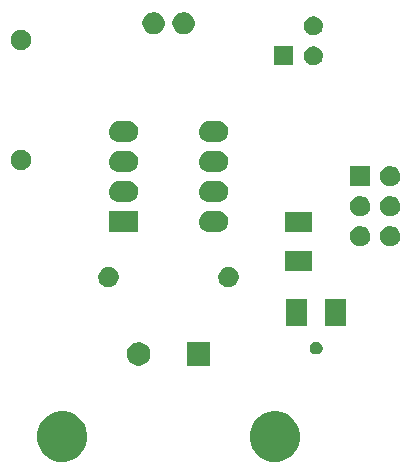
<source format=gts>
G04 (created by PCBNEW (2013-07-07 BZR 4022)-stable) date 2014-07-19 12:08:08*
%MOIN*%
G04 Gerber Fmt 3.4, Leading zero omitted, Abs format*
%FSLAX34Y34*%
G01*
G70*
G90*
G04 APERTURE LIST*
%ADD10C,0.00590551*%
G04 APERTURE END LIST*
G54D10*
G36*
X19040Y-16275D02*
X19039Y-16348D01*
X19024Y-16416D01*
X18998Y-16474D01*
X18958Y-16531D01*
X18911Y-16575D01*
X18853Y-16612D01*
X18793Y-16635D01*
X18725Y-16647D01*
X18661Y-16646D01*
X18593Y-16631D01*
X18535Y-16605D01*
X18478Y-16565D01*
X18434Y-16520D01*
X18396Y-16461D01*
X18373Y-16402D01*
X18360Y-16333D01*
X18361Y-16270D01*
X18376Y-16202D01*
X18400Y-16144D01*
X18440Y-16086D01*
X18485Y-16042D01*
X18544Y-16003D01*
X18602Y-15980D01*
X18671Y-15967D01*
X18734Y-15967D01*
X18803Y-15981D01*
X18861Y-16006D01*
X18919Y-16045D01*
X18964Y-16089D01*
X19002Y-16148D01*
X19026Y-16206D01*
X19040Y-16273D01*
X19040Y-16275D01*
X19040Y-16275D01*
G37*
G36*
X19040Y-20275D02*
X19039Y-20348D01*
X19024Y-20416D01*
X18998Y-20474D01*
X18958Y-20531D01*
X18911Y-20575D01*
X18853Y-20612D01*
X18793Y-20635D01*
X18725Y-20647D01*
X18661Y-20646D01*
X18593Y-20631D01*
X18535Y-20605D01*
X18478Y-20565D01*
X18434Y-20520D01*
X18396Y-20461D01*
X18373Y-20402D01*
X18360Y-20333D01*
X18361Y-20270D01*
X18376Y-20202D01*
X18400Y-20144D01*
X18440Y-20086D01*
X18485Y-20042D01*
X18544Y-20003D01*
X18602Y-19980D01*
X18671Y-19967D01*
X18734Y-19967D01*
X18803Y-19981D01*
X18861Y-20006D01*
X18919Y-20045D01*
X18964Y-20089D01*
X19002Y-20148D01*
X19026Y-20206D01*
X19040Y-20273D01*
X19040Y-20275D01*
X19040Y-20275D01*
G37*
G36*
X20918Y-29446D02*
X20915Y-29631D01*
X20878Y-29795D01*
X20812Y-29942D01*
X20716Y-30079D01*
X20599Y-30191D01*
X20457Y-30281D01*
X20307Y-30339D01*
X20141Y-30368D01*
X19980Y-30365D01*
X19816Y-30329D01*
X19668Y-30264D01*
X19530Y-30168D01*
X19418Y-30052D01*
X19327Y-29911D01*
X19268Y-29761D01*
X19237Y-29596D01*
X19240Y-29435D01*
X19275Y-29270D01*
X19338Y-29122D01*
X19433Y-28983D01*
X19548Y-28871D01*
X19689Y-28779D01*
X19838Y-28718D01*
X20004Y-28687D01*
X20165Y-28688D01*
X20329Y-28722D01*
X20478Y-28784D01*
X20617Y-28878D01*
X20731Y-28992D01*
X20824Y-29133D01*
X20885Y-29281D01*
X20918Y-29446D01*
X20918Y-29446D01*
G37*
G36*
X21961Y-24180D02*
X21960Y-24253D01*
X21945Y-24321D01*
X21919Y-24379D01*
X21879Y-24436D01*
X21833Y-24480D01*
X21774Y-24517D01*
X21715Y-24540D01*
X21646Y-24552D01*
X21583Y-24551D01*
X21515Y-24536D01*
X21456Y-24511D01*
X21399Y-24471D01*
X21355Y-24425D01*
X21317Y-24367D01*
X21294Y-24308D01*
X21281Y-24239D01*
X21282Y-24176D01*
X21297Y-24107D01*
X21322Y-24049D01*
X21361Y-23991D01*
X21406Y-23947D01*
X21465Y-23909D01*
X21524Y-23885D01*
X21592Y-23872D01*
X21655Y-23873D01*
X21724Y-23887D01*
X21782Y-23911D01*
X21840Y-23950D01*
X21885Y-23995D01*
X21924Y-24054D01*
X21948Y-24112D01*
X21961Y-24179D01*
X21961Y-24180D01*
X21961Y-24180D01*
G37*
G36*
X22611Y-22715D02*
X21632Y-22715D01*
X21632Y-22016D01*
X22611Y-22016D01*
X22611Y-22715D01*
X22611Y-22715D01*
G37*
G36*
X22613Y-19368D02*
X22606Y-19436D01*
X22586Y-19501D01*
X22554Y-19561D01*
X22510Y-19613D01*
X22457Y-19657D01*
X22397Y-19689D01*
X22332Y-19708D01*
X22260Y-19715D01*
X21983Y-19715D01*
X21978Y-19715D01*
X21974Y-19715D01*
X21974Y-19715D01*
X21907Y-19707D01*
X21906Y-19707D01*
X21906Y-19707D01*
X21842Y-19687D01*
X21782Y-19654D01*
X21730Y-19610D01*
X21687Y-19557D01*
X21655Y-19497D01*
X21636Y-19431D01*
X21630Y-19363D01*
X21637Y-19295D01*
X21657Y-19230D01*
X21689Y-19170D01*
X21733Y-19118D01*
X21786Y-19075D01*
X21846Y-19043D01*
X21911Y-19023D01*
X21983Y-19016D01*
X22260Y-19016D01*
X22265Y-19016D01*
X22269Y-19016D01*
X22269Y-19016D01*
X22337Y-19024D01*
X22337Y-19024D01*
X22337Y-19024D01*
X22401Y-19044D01*
X22462Y-19077D01*
X22513Y-19121D01*
X22556Y-19174D01*
X22588Y-19235D01*
X22607Y-19300D01*
X22613Y-19368D01*
X22613Y-19368D01*
G37*
G36*
X22613Y-20368D02*
X22606Y-20436D01*
X22586Y-20501D01*
X22554Y-20561D01*
X22510Y-20613D01*
X22457Y-20657D01*
X22397Y-20689D01*
X22332Y-20708D01*
X22260Y-20715D01*
X21983Y-20715D01*
X21978Y-20715D01*
X21974Y-20715D01*
X21974Y-20715D01*
X21907Y-20707D01*
X21906Y-20707D01*
X21906Y-20707D01*
X21842Y-20687D01*
X21782Y-20654D01*
X21730Y-20610D01*
X21687Y-20557D01*
X21655Y-20497D01*
X21636Y-20431D01*
X21630Y-20363D01*
X21637Y-20295D01*
X21657Y-20230D01*
X21689Y-20170D01*
X21733Y-20118D01*
X21786Y-20075D01*
X21846Y-20043D01*
X21911Y-20023D01*
X21983Y-20016D01*
X22260Y-20016D01*
X22265Y-20016D01*
X22269Y-20016D01*
X22269Y-20016D01*
X22337Y-20024D01*
X22337Y-20024D01*
X22337Y-20024D01*
X22401Y-20044D01*
X22462Y-20077D01*
X22513Y-20121D01*
X22556Y-20174D01*
X22588Y-20235D01*
X22607Y-20300D01*
X22613Y-20368D01*
X22613Y-20368D01*
G37*
G36*
X22613Y-21368D02*
X22606Y-21436D01*
X22586Y-21501D01*
X22554Y-21561D01*
X22510Y-21613D01*
X22457Y-21657D01*
X22397Y-21689D01*
X22332Y-21708D01*
X22260Y-21715D01*
X21983Y-21715D01*
X21978Y-21715D01*
X21974Y-21715D01*
X21974Y-21715D01*
X21907Y-21707D01*
X21906Y-21707D01*
X21906Y-21707D01*
X21842Y-21687D01*
X21782Y-21654D01*
X21730Y-21610D01*
X21687Y-21557D01*
X21655Y-21497D01*
X21636Y-21431D01*
X21630Y-21363D01*
X21637Y-21295D01*
X21657Y-21230D01*
X21689Y-21170D01*
X21733Y-21118D01*
X21786Y-21075D01*
X21846Y-21043D01*
X21911Y-21023D01*
X21983Y-21016D01*
X22260Y-21016D01*
X22265Y-21016D01*
X22269Y-21016D01*
X22269Y-21016D01*
X22337Y-21024D01*
X22337Y-21024D01*
X22337Y-21024D01*
X22401Y-21044D01*
X22462Y-21077D01*
X22513Y-21121D01*
X22556Y-21174D01*
X22588Y-21235D01*
X22607Y-21300D01*
X22613Y-21368D01*
X22613Y-21368D01*
G37*
G36*
X23011Y-26734D02*
X23010Y-26819D01*
X22992Y-26896D01*
X22963Y-26963D01*
X22917Y-27028D01*
X22864Y-27079D01*
X22797Y-27121D01*
X22728Y-27148D01*
X22650Y-27162D01*
X22577Y-27160D01*
X22499Y-27143D01*
X22432Y-27114D01*
X22367Y-27068D01*
X22316Y-27016D01*
X22273Y-26949D01*
X22246Y-26881D01*
X22231Y-26802D01*
X22232Y-26729D01*
X22249Y-26651D01*
X22278Y-26584D01*
X22323Y-26518D01*
X22375Y-26467D01*
X22442Y-26423D01*
X22509Y-26396D01*
X22588Y-26381D01*
X22661Y-26382D01*
X22739Y-26398D01*
X22806Y-26426D01*
X22872Y-26471D01*
X22924Y-26522D01*
X22968Y-26589D01*
X22996Y-26656D01*
X23011Y-26733D01*
X23011Y-26734D01*
X23011Y-26734D01*
G37*
G36*
X23491Y-15713D02*
X23490Y-15793D01*
X23473Y-15866D01*
X23445Y-15930D01*
X23402Y-15991D01*
X23351Y-16039D01*
X23288Y-16080D01*
X23223Y-16105D01*
X23149Y-16118D01*
X23079Y-16116D01*
X23005Y-16100D01*
X22942Y-16072D01*
X22880Y-16029D01*
X22832Y-15979D01*
X22791Y-15916D01*
X22765Y-15851D01*
X22751Y-15777D01*
X22752Y-15708D01*
X22768Y-15634D01*
X22795Y-15570D01*
X22838Y-15508D01*
X22888Y-15459D01*
X22951Y-15418D01*
X23015Y-15392D01*
X23090Y-15378D01*
X23159Y-15378D01*
X23233Y-15393D01*
X23297Y-15420D01*
X23360Y-15463D01*
X23408Y-15511D01*
X23450Y-15575D01*
X23476Y-15638D01*
X23491Y-15713D01*
X23491Y-15713D01*
G37*
G36*
X24491Y-15713D02*
X24490Y-15793D01*
X24473Y-15866D01*
X24445Y-15930D01*
X24402Y-15991D01*
X24351Y-16039D01*
X24288Y-16080D01*
X24223Y-16105D01*
X24149Y-16118D01*
X24079Y-16116D01*
X24005Y-16100D01*
X23942Y-16072D01*
X23880Y-16029D01*
X23832Y-15979D01*
X23791Y-15916D01*
X23765Y-15851D01*
X23751Y-15777D01*
X23752Y-15708D01*
X23768Y-15634D01*
X23795Y-15570D01*
X23838Y-15508D01*
X23888Y-15459D01*
X23951Y-15418D01*
X24015Y-15392D01*
X24090Y-15378D01*
X24159Y-15378D01*
X24233Y-15393D01*
X24297Y-15420D01*
X24360Y-15463D01*
X24408Y-15511D01*
X24450Y-15575D01*
X24476Y-15638D01*
X24491Y-15713D01*
X24491Y-15713D01*
G37*
G36*
X25011Y-27161D02*
X24232Y-27161D01*
X24232Y-26381D01*
X25011Y-26381D01*
X25011Y-27161D01*
X25011Y-27161D01*
G37*
G36*
X25613Y-19368D02*
X25606Y-19436D01*
X25586Y-19501D01*
X25554Y-19561D01*
X25510Y-19613D01*
X25457Y-19657D01*
X25397Y-19689D01*
X25332Y-19708D01*
X25260Y-19715D01*
X24983Y-19715D01*
X24978Y-19715D01*
X24974Y-19715D01*
X24974Y-19715D01*
X24907Y-19707D01*
X24906Y-19707D01*
X24906Y-19707D01*
X24842Y-19687D01*
X24782Y-19654D01*
X24730Y-19610D01*
X24687Y-19557D01*
X24655Y-19497D01*
X24636Y-19431D01*
X24630Y-19363D01*
X24637Y-19295D01*
X24657Y-19230D01*
X24689Y-19170D01*
X24733Y-19118D01*
X24786Y-19075D01*
X24846Y-19043D01*
X24911Y-19023D01*
X24983Y-19016D01*
X25260Y-19016D01*
X25265Y-19016D01*
X25269Y-19016D01*
X25269Y-19016D01*
X25337Y-19024D01*
X25337Y-19024D01*
X25337Y-19024D01*
X25401Y-19044D01*
X25462Y-19077D01*
X25513Y-19121D01*
X25556Y-19174D01*
X25588Y-19235D01*
X25607Y-19300D01*
X25613Y-19368D01*
X25613Y-19368D01*
G37*
G36*
X25613Y-20368D02*
X25606Y-20436D01*
X25586Y-20501D01*
X25554Y-20561D01*
X25510Y-20613D01*
X25457Y-20657D01*
X25397Y-20689D01*
X25332Y-20708D01*
X25260Y-20715D01*
X24983Y-20715D01*
X24978Y-20715D01*
X24974Y-20715D01*
X24974Y-20715D01*
X24907Y-20707D01*
X24906Y-20707D01*
X24906Y-20707D01*
X24842Y-20687D01*
X24782Y-20654D01*
X24730Y-20610D01*
X24687Y-20557D01*
X24655Y-20497D01*
X24636Y-20431D01*
X24630Y-20363D01*
X24637Y-20295D01*
X24657Y-20230D01*
X24689Y-20170D01*
X24733Y-20118D01*
X24786Y-20075D01*
X24846Y-20043D01*
X24911Y-20023D01*
X24983Y-20016D01*
X25260Y-20016D01*
X25265Y-20016D01*
X25269Y-20016D01*
X25269Y-20016D01*
X25337Y-20024D01*
X25337Y-20024D01*
X25337Y-20024D01*
X25401Y-20044D01*
X25462Y-20077D01*
X25513Y-20121D01*
X25556Y-20174D01*
X25588Y-20235D01*
X25607Y-20300D01*
X25613Y-20368D01*
X25613Y-20368D01*
G37*
G36*
X25613Y-21368D02*
X25606Y-21436D01*
X25586Y-21501D01*
X25554Y-21561D01*
X25510Y-21613D01*
X25457Y-21657D01*
X25397Y-21689D01*
X25332Y-21708D01*
X25260Y-21715D01*
X24983Y-21715D01*
X24978Y-21715D01*
X24974Y-21715D01*
X24974Y-21715D01*
X24907Y-21707D01*
X24906Y-21707D01*
X24906Y-21707D01*
X24842Y-21687D01*
X24782Y-21654D01*
X24730Y-21610D01*
X24687Y-21557D01*
X24655Y-21497D01*
X24636Y-21431D01*
X24630Y-21363D01*
X24637Y-21295D01*
X24657Y-21230D01*
X24689Y-21170D01*
X24733Y-21118D01*
X24786Y-21075D01*
X24846Y-21043D01*
X24911Y-21023D01*
X24983Y-21016D01*
X25260Y-21016D01*
X25265Y-21016D01*
X25269Y-21016D01*
X25269Y-21016D01*
X25337Y-21024D01*
X25337Y-21024D01*
X25337Y-21024D01*
X25401Y-21044D01*
X25462Y-21077D01*
X25513Y-21121D01*
X25556Y-21174D01*
X25588Y-21235D01*
X25607Y-21300D01*
X25613Y-21368D01*
X25613Y-21368D01*
G37*
G36*
X25613Y-22368D02*
X25606Y-22436D01*
X25586Y-22501D01*
X25554Y-22561D01*
X25510Y-22613D01*
X25457Y-22657D01*
X25397Y-22689D01*
X25332Y-22708D01*
X25260Y-22715D01*
X24983Y-22715D01*
X24978Y-22715D01*
X24974Y-22715D01*
X24974Y-22715D01*
X24907Y-22707D01*
X24906Y-22707D01*
X24906Y-22707D01*
X24842Y-22687D01*
X24782Y-22654D01*
X24730Y-22610D01*
X24687Y-22557D01*
X24655Y-22497D01*
X24636Y-22431D01*
X24630Y-22363D01*
X24637Y-22295D01*
X24657Y-22230D01*
X24689Y-22170D01*
X24733Y-22118D01*
X24786Y-22075D01*
X24846Y-22043D01*
X24911Y-22023D01*
X24983Y-22016D01*
X25260Y-22016D01*
X25265Y-22016D01*
X25269Y-22016D01*
X25269Y-22016D01*
X25337Y-22024D01*
X25337Y-22024D01*
X25337Y-22024D01*
X25401Y-22044D01*
X25462Y-22077D01*
X25513Y-22121D01*
X25556Y-22174D01*
X25588Y-22235D01*
X25607Y-22300D01*
X25613Y-22368D01*
X25613Y-22368D01*
G37*
G36*
X25961Y-24180D02*
X25960Y-24253D01*
X25945Y-24321D01*
X25919Y-24379D01*
X25879Y-24436D01*
X25833Y-24480D01*
X25774Y-24517D01*
X25715Y-24540D01*
X25646Y-24552D01*
X25583Y-24551D01*
X25515Y-24536D01*
X25456Y-24511D01*
X25399Y-24471D01*
X25355Y-24425D01*
X25317Y-24367D01*
X25294Y-24308D01*
X25281Y-24239D01*
X25282Y-24176D01*
X25297Y-24107D01*
X25322Y-24049D01*
X25361Y-23991D01*
X25406Y-23947D01*
X25465Y-23909D01*
X25524Y-23885D01*
X25592Y-23872D01*
X25655Y-23873D01*
X25724Y-23887D01*
X25782Y-23911D01*
X25840Y-23950D01*
X25885Y-23995D01*
X25924Y-24054D01*
X25948Y-24112D01*
X25961Y-24179D01*
X25961Y-24180D01*
X25961Y-24180D01*
G37*
G36*
X27767Y-17153D02*
X27138Y-17153D01*
X27138Y-16523D01*
X27767Y-16523D01*
X27767Y-17153D01*
X27767Y-17153D01*
G37*
G36*
X28005Y-29446D02*
X28002Y-29631D01*
X27965Y-29795D01*
X27899Y-29942D01*
X27802Y-30079D01*
X27685Y-30191D01*
X27544Y-30281D01*
X27393Y-30339D01*
X27228Y-30368D01*
X27066Y-30365D01*
X26903Y-30329D01*
X26755Y-30264D01*
X26617Y-30168D01*
X26505Y-30052D01*
X26414Y-29911D01*
X26354Y-29761D01*
X26324Y-29596D01*
X26326Y-29435D01*
X26361Y-29270D01*
X26425Y-29122D01*
X26520Y-28983D01*
X26635Y-28871D01*
X26776Y-28779D01*
X26925Y-28718D01*
X27090Y-28687D01*
X27251Y-28688D01*
X27416Y-28722D01*
X27564Y-28784D01*
X27704Y-28878D01*
X27817Y-28992D01*
X27911Y-29133D01*
X27972Y-29281D01*
X28005Y-29446D01*
X28005Y-29446D01*
G37*
G36*
X28233Y-25833D02*
X27553Y-25833D01*
X27553Y-24953D01*
X28233Y-24953D01*
X28233Y-25833D01*
X28233Y-25833D01*
G37*
G36*
X28392Y-22721D02*
X27513Y-22721D01*
X27513Y-22041D01*
X28392Y-22041D01*
X28392Y-22721D01*
X28392Y-22721D01*
G37*
G36*
X28392Y-24021D02*
X27513Y-24021D01*
X27513Y-23341D01*
X28392Y-23341D01*
X28392Y-24021D01*
X28392Y-24021D01*
G37*
G36*
X28757Y-26555D02*
X28757Y-26600D01*
X28747Y-26644D01*
X28731Y-26680D01*
X28705Y-26716D01*
X28677Y-26743D01*
X28639Y-26767D01*
X28602Y-26782D01*
X28558Y-26789D01*
X28519Y-26789D01*
X28475Y-26779D01*
X28439Y-26763D01*
X28402Y-26737D01*
X28375Y-26709D01*
X28350Y-26671D01*
X28336Y-26635D01*
X28328Y-26591D01*
X28328Y-26552D01*
X28338Y-26508D01*
X28353Y-26472D01*
X28379Y-26434D01*
X28406Y-26407D01*
X28444Y-26382D01*
X28480Y-26368D01*
X28525Y-26359D01*
X28564Y-26360D01*
X28608Y-26369D01*
X28644Y-26384D01*
X28682Y-26409D01*
X28709Y-26437D01*
X28734Y-26475D01*
X28749Y-26510D01*
X28757Y-26553D01*
X28757Y-26555D01*
X28757Y-26555D01*
G37*
G36*
X28767Y-15809D02*
X28766Y-15876D01*
X28752Y-15939D01*
X28728Y-15993D01*
X28691Y-16046D01*
X28648Y-16086D01*
X28593Y-16121D01*
X28539Y-16142D01*
X28475Y-16153D01*
X28416Y-16152D01*
X28353Y-16138D01*
X28299Y-16115D01*
X28246Y-16078D01*
X28206Y-16036D01*
X28170Y-15981D01*
X28149Y-15927D01*
X28137Y-15863D01*
X28138Y-15805D01*
X28152Y-15741D01*
X28174Y-15687D01*
X28211Y-15634D01*
X28253Y-15593D01*
X28307Y-15557D01*
X28361Y-15535D01*
X28425Y-15523D01*
X28484Y-15524D01*
X28547Y-15537D01*
X28601Y-15559D01*
X28655Y-15596D01*
X28696Y-15637D01*
X28732Y-15691D01*
X28754Y-15745D01*
X28767Y-15809D01*
X28767Y-15809D01*
G37*
G36*
X28767Y-16809D02*
X28766Y-16876D01*
X28752Y-16939D01*
X28728Y-16993D01*
X28691Y-17046D01*
X28648Y-17086D01*
X28593Y-17121D01*
X28539Y-17142D01*
X28475Y-17153D01*
X28416Y-17152D01*
X28353Y-17138D01*
X28299Y-17115D01*
X28246Y-17078D01*
X28206Y-17036D01*
X28170Y-16981D01*
X28149Y-16927D01*
X28137Y-16863D01*
X28138Y-16805D01*
X28152Y-16741D01*
X28174Y-16687D01*
X28211Y-16634D01*
X28253Y-16593D01*
X28307Y-16557D01*
X28361Y-16535D01*
X28425Y-16523D01*
X28484Y-16524D01*
X28547Y-16537D01*
X28601Y-16559D01*
X28655Y-16596D01*
X28696Y-16637D01*
X28732Y-16691D01*
X28754Y-16745D01*
X28767Y-16809D01*
X28767Y-16809D01*
G37*
G36*
X29533Y-25833D02*
X28853Y-25833D01*
X28853Y-24953D01*
X29533Y-24953D01*
X29533Y-25833D01*
X29533Y-25833D01*
G37*
G36*
X30351Y-21818D02*
X30350Y-21891D01*
X30335Y-21959D01*
X30309Y-22017D01*
X30269Y-22074D01*
X30223Y-22118D01*
X30164Y-22155D01*
X30104Y-22178D01*
X30036Y-22190D01*
X29972Y-22189D01*
X29904Y-22174D01*
X29846Y-22148D01*
X29789Y-22109D01*
X29745Y-22063D01*
X29707Y-22004D01*
X29684Y-21946D01*
X29671Y-21877D01*
X29672Y-21814D01*
X29687Y-21745D01*
X29712Y-21687D01*
X29751Y-21629D01*
X29796Y-21585D01*
X29855Y-21547D01*
X29913Y-21523D01*
X29982Y-21510D01*
X30045Y-21510D01*
X30114Y-21525D01*
X30172Y-21549D01*
X30230Y-21588D01*
X30275Y-21633D01*
X30313Y-21691D01*
X30337Y-21749D01*
X30351Y-21817D01*
X30351Y-21818D01*
X30351Y-21818D01*
G37*
G36*
X30351Y-22818D02*
X30350Y-22891D01*
X30335Y-22959D01*
X30309Y-23017D01*
X30269Y-23074D01*
X30223Y-23118D01*
X30164Y-23155D01*
X30104Y-23178D01*
X30036Y-23190D01*
X29972Y-23189D01*
X29904Y-23174D01*
X29846Y-23148D01*
X29789Y-23109D01*
X29745Y-23063D01*
X29707Y-23004D01*
X29684Y-22946D01*
X29671Y-22877D01*
X29672Y-22814D01*
X29687Y-22745D01*
X29712Y-22687D01*
X29751Y-22629D01*
X29796Y-22585D01*
X29855Y-22547D01*
X29913Y-22523D01*
X29982Y-22510D01*
X30045Y-22510D01*
X30114Y-22525D01*
X30172Y-22549D01*
X30230Y-22588D01*
X30275Y-22633D01*
X30313Y-22691D01*
X30337Y-22749D01*
X30351Y-22817D01*
X30351Y-22818D01*
X30351Y-22818D01*
G37*
G36*
X30351Y-21190D02*
X29672Y-21190D01*
X29672Y-20510D01*
X30351Y-20510D01*
X30351Y-21190D01*
X30351Y-21190D01*
G37*
G36*
X31351Y-20818D02*
X31350Y-20891D01*
X31335Y-20959D01*
X31309Y-21017D01*
X31269Y-21074D01*
X31223Y-21118D01*
X31164Y-21155D01*
X31104Y-21178D01*
X31036Y-21190D01*
X30972Y-21189D01*
X30904Y-21174D01*
X30846Y-21148D01*
X30789Y-21109D01*
X30745Y-21063D01*
X30707Y-21004D01*
X30684Y-20946D01*
X30671Y-20877D01*
X30672Y-20814D01*
X30687Y-20745D01*
X30712Y-20687D01*
X30751Y-20629D01*
X30796Y-20585D01*
X30855Y-20547D01*
X30913Y-20523D01*
X30982Y-20510D01*
X31045Y-20510D01*
X31114Y-20525D01*
X31172Y-20549D01*
X31230Y-20588D01*
X31275Y-20633D01*
X31313Y-20691D01*
X31337Y-20749D01*
X31351Y-20817D01*
X31351Y-20818D01*
X31351Y-20818D01*
G37*
G36*
X31351Y-21818D02*
X31350Y-21891D01*
X31335Y-21959D01*
X31309Y-22017D01*
X31269Y-22074D01*
X31223Y-22118D01*
X31164Y-22155D01*
X31104Y-22178D01*
X31036Y-22190D01*
X30972Y-22189D01*
X30904Y-22174D01*
X30846Y-22148D01*
X30789Y-22109D01*
X30745Y-22063D01*
X30707Y-22004D01*
X30684Y-21946D01*
X30671Y-21877D01*
X30672Y-21814D01*
X30687Y-21745D01*
X30712Y-21687D01*
X30751Y-21629D01*
X30796Y-21585D01*
X30855Y-21547D01*
X30913Y-21523D01*
X30982Y-21510D01*
X31045Y-21510D01*
X31114Y-21525D01*
X31172Y-21549D01*
X31230Y-21588D01*
X31275Y-21633D01*
X31313Y-21691D01*
X31337Y-21749D01*
X31351Y-21817D01*
X31351Y-21818D01*
X31351Y-21818D01*
G37*
G36*
X31351Y-22818D02*
X31350Y-22891D01*
X31335Y-22959D01*
X31309Y-23017D01*
X31269Y-23074D01*
X31223Y-23118D01*
X31164Y-23155D01*
X31104Y-23178D01*
X31036Y-23190D01*
X30972Y-23189D01*
X30904Y-23174D01*
X30846Y-23148D01*
X30789Y-23109D01*
X30745Y-23063D01*
X30707Y-23004D01*
X30684Y-22946D01*
X30671Y-22877D01*
X30672Y-22814D01*
X30687Y-22745D01*
X30712Y-22687D01*
X30751Y-22629D01*
X30796Y-22585D01*
X30855Y-22547D01*
X30913Y-22523D01*
X30982Y-22510D01*
X31045Y-22510D01*
X31114Y-22525D01*
X31172Y-22549D01*
X31230Y-22588D01*
X31275Y-22633D01*
X31313Y-22691D01*
X31337Y-22749D01*
X31351Y-22817D01*
X31351Y-22818D01*
X31351Y-22818D01*
G37*
M02*

</source>
